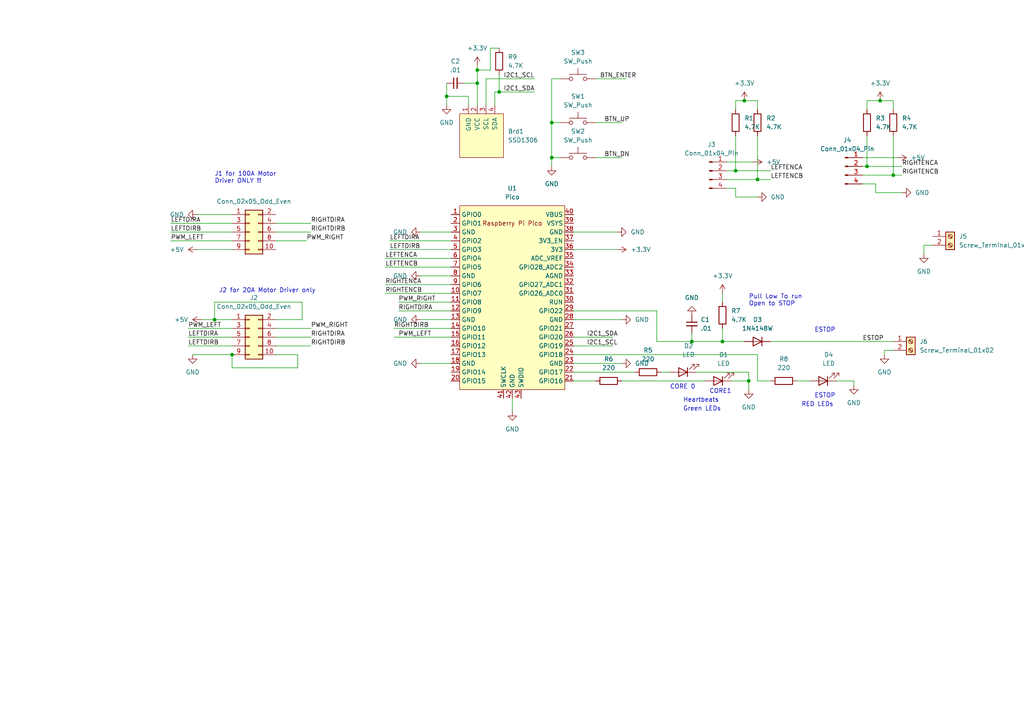
<source format=kicad_sch>
(kicad_sch (version 20230121) (generator eeschema)
  (paper "A4")
  (lib_symbols
    (symbol "Connector:Conn_01x04_Pin" (pin_names (offset 1.016) hide)
      (property "Reference" "J" (at 0 5.08 0))
      (property "Value" "Conn_01x04_Pin" (at 0 -7.62 0))
      (symbol "Conn_01x04_Pin_1_1"
        (polyline (pts (xy 1.27 -5.08) (xy 0.8636 -5.08)) (stroke (width 0.1524)))
        (polyline (pts (xy 1.27 -2.54) (xy 0.8636 -2.54)) (stroke (width 0.1524)))
        (polyline (pts (xy 1.27 0) (xy 0.8636 0)) (stroke (width 0.1524)))
        (polyline (pts (xy 1.27 2.54) (xy 0.8636 2.54)) (stroke (width 0.1524)))
        (rectangle (start 0.8636 -4.953) (end 0 -5.207) (stroke (width 0.1524)) (fill (type outline)))
        (rectangle (start 0.8636 -2.413) (end 0 -2.667) (stroke (width 0.1524)) (fill (type outline)))
        (rectangle (start 0.8636 0.127) (end 0 -0.127) (stroke (width 0.1524)) (fill (type outline)))
        (rectangle (start 0.8636 2.667) (end 0 2.413) (stroke (width 0.1524)) (fill (type outline)))
        (pin passive line (at 5.08 2.54 180) (length 3.81) (name "Pin_1") (number "1"))
        (pin passive line (at 5.08 0 180) (length 3.81) (name "Pin_2") (number "2"))
        (pin passive line (at 5.08 -2.54 180) (length 3.81) (name "Pin_3") (number "3"))
        (pin passive line (at 5.08 -5.08 180) (length 3.81) (name "Pin_4") (number "4"))
      )
    )
    (symbol "Connector:Screw_Terminal_01x02" (pin_names (offset 1.016) hide)
      (property "Reference" "J" (at 0 2.54 0))
      (property "Value" "Screw_Terminal_01x02" (at 0 -5.08 0))
      (symbol "Screw_Terminal_01x02_1_1"
        (rectangle (start -1.27 1.27) (end 1.27 -3.81) (stroke (width 0.254)) (fill (type background)))
        (circle (center 0 -2.54) (radius 0.635) (stroke (width 0.1524)))
        (polyline (pts (xy -0.5334 -2.2098) (xy 0.3302 -3.048)) (stroke (width 0.1524)))
        (polyline (pts (xy -0.5334 0.3302) (xy 0.3302 -0.508)) (stroke (width 0.1524)))
        (polyline (pts (xy -0.3556 -2.032) (xy 0.508 -2.8702)) (stroke (width 0.1524)))
        (polyline (pts (xy -0.3556 0.508) (xy 0.508 -0.3302)) (stroke (width 0.1524)))
        (circle (center 0 0) (radius 0.635) (stroke (width 0.1524)))
        (pin passive line (at -5.08 0 0) (length 3.81) (name "Pin_1") (number "1"))
        (pin passive line (at -5.08 -2.54 0) (length 3.81) (name "Pin_2") (number "2"))
      )
    )
    (symbol "Connector_Generic:Conn_02x05_Odd_Even" (pin_names (offset 1.016) hide)
      (property "Reference" "J" (at 1.27 7.62 0))
      (property "Value" "Conn_02x05_Odd_Even" (at 1.27 -7.62 0))
      (symbol "Conn_02x05_Odd_Even_1_1"
        (rectangle (start -1.27 -4.953) (end 0 -5.207) (stroke (width 0.1524)))
        (rectangle (start -1.27 -2.413) (end 0 -2.667) (stroke (width 0.1524)))
        (rectangle (start -1.27 0.127) (end 0 -0.127) (stroke (width 0.1524)))
        (rectangle (start -1.27 2.667) (end 0 2.413) (stroke (width 0.1524)))
        (rectangle (start -1.27 5.207) (end 0 4.953) (stroke (width 0.1524)))
        (rectangle (start -1.27 6.35) (end 3.81 -6.35) (stroke (width 0.254)) (fill (type background)))
        (rectangle (start 3.81 -4.953) (end 2.54 -5.207) (stroke (width 0.1524)))
        (rectangle (start 3.81 -2.413) (end 2.54 -2.667) (stroke (width 0.1524)))
        (rectangle (start 3.81 0.127) (end 2.54 -0.127) (stroke (width 0.1524)))
        (rectangle (start 3.81 2.667) (end 2.54 2.413) (stroke (width 0.1524)))
        (rectangle (start 3.81 5.207) (end 2.54 4.953) (stroke (width 0.1524)))
        (pin passive line (at -5.08 5.08 0) (length 3.81) (name "Pin_1") (number "1"))
        (pin passive line (at 7.62 -5.08 180) (length 3.81) (name "Pin_10") (number "10"))
        (pin passive line (at 7.62 5.08 180) (length 3.81) (name "Pin_2") (number "2"))
        (pin passive line (at -5.08 2.54 0) (length 3.81) (name "Pin_3") (number "3"))
        (pin passive line (at 7.62 2.54 180) (length 3.81) (name "Pin_4") (number "4"))
        (pin passive line (at -5.08 0 0) (length 3.81) (name "Pin_5") (number "5"))
        (pin passive line (at 7.62 0 180) (length 3.81) (name "Pin_6") (number "6"))
        (pin passive line (at -5.08 -2.54 0) (length 3.81) (name "Pin_7") (number "7"))
        (pin passive line (at 7.62 -2.54 180) (length 3.81) (name "Pin_8") (number "8"))
        (pin passive line (at -5.08 -5.08 0) (length 3.81) (name "Pin_9") (number "9"))
      )
    )
    (symbol "Device:C_Small" (pin_numbers hide) (pin_names (offset 0.254) hide)
      (property "Reference" "C" (at 0.254 1.778 0))
      (property "Value" "C_Small" (at 0.254 -2.032 0))
      (symbol "C_Small_0_1"
        (polyline (pts (xy -1.524 -0.508) (xy 1.524 -0.508)) (stroke (width 0.3302)))
        (polyline (pts (xy -1.524 0.508) (xy 1.524 0.508)) (stroke (width 0.3048)))
      )
      (symbol "C_Small_1_1"
        (pin passive line (at 0 2.54 270) (length 2.032) (name "~") (number "1"))
        (pin passive line (at 0 -2.54 90) (length 2.032) (name "~") (number "2"))
      )
    )
    (symbol "Device:LED" (pin_numbers hide) (pin_names (offset 1.016) hide)
      (property "Reference" "D" (at 0 2.54 0))
      (property "Value" "LED" (at 0 -2.54 0))
      (symbol "LED_0_1"
        (polyline (pts (xy -1.27 -1.27) (xy -1.27 1.27)) (stroke (width 0.254)))
        (polyline (pts (xy -1.27 0) (xy 1.27 0)))
        (polyline (pts (xy 1.27 -1.27) (xy 1.27 1.27) (xy -1.27 0) (xy 1.27 -1.27)) (stroke (width 0.254)))
        (polyline (pts (xy -3.048 -0.762) (xy -4.572 -2.286) (xy -3.81 -2.286) (xy -4.572 -2.286) (xy -4.572 -1.524)))
        (polyline (pts (xy -1.778 -0.762) (xy -3.302 -2.286) (xy -2.54 -2.286) (xy -3.302 -2.286) (xy -3.302 -1.524)))
      )
      (symbol "LED_1_1"
        (pin passive line (at -3.81 0 0) (length 2.54) (name "K") (number "1"))
        (pin passive line (at 3.81 0 180) (length 2.54) (name "A") (number "2"))
      )
    )
    (symbol "Device:R" (pin_numbers hide) (pin_names (offset 0))
      (property "Reference" "R" (at 2.032 0 90))
      (property "Value" "R" (at 0 0 90))
      (symbol "R_0_1"
        (rectangle (start -1.016 -2.54) (end 1.016 2.54) (stroke (width 0.254)))
      )
      (symbol "R_1_1"
        (pin passive line (at 0 3.81 270) (length 1.27) (name "~") (number "1"))
        (pin passive line (at 0 -3.81 90) (length 1.27) (name "~") (number "2"))
      )
    )
    (symbol "Diode:1N4148W" (pin_numbers hide) (pin_names hide)
      (property "Reference" "D" (at 0 2.54 0))
      (property "Value" "1N4148W" (at 0 -2.54 0))
      (symbol "1N4148W_0_1"
        (polyline (pts (xy -1.27 1.27) (xy -1.27 -1.27)) (stroke (width 0.254)))
        (polyline (pts (xy 1.27 0) (xy -1.27 0)))
        (polyline (pts (xy 1.27 1.27) (xy 1.27 -1.27) (xy -1.27 0) (xy 1.27 1.27)) (stroke (width 0.254)))
      )
      (symbol "1N4148W_1_1"
        (pin passive line (at -3.81 0 0) (length 2.54) (name "K") (number "1"))
        (pin passive line (at 3.81 0 180) (length 2.54) (name "A") (number "2"))
      )
    )
    (symbol "MCU_RaspberryPi_and_Boards:Pico"
      (property "Reference" "U" (at -13.97 27.94 0))
      (property "Value" "Pico" (at 0 19.05 0))
      (symbol "Pico_0_0"
        (text "Raspberry Pi Pico" (at 0 21.59 0) (effects (font (size 1.27 1.27))))
      )
      (symbol "Pico_0_1"
        (rectangle (start -15.24 26.67) (end 15.24 -26.67) (fill (type background)))
      )
      (symbol "Pico_1_1"
        (pin bidirectional line (at -17.78 24.13 0) (length 2.54) (name "GPIO0") (number "1"))
        (pin bidirectional line (at -17.78 1.27 0) (length 2.54) (name "GPIO7") (number "10"))
        (pin bidirectional line (at -17.78 -1.27 0) (length 2.54) (name "GPIO8") (number "11"))
        (pin bidirectional line (at -17.78 -3.81 0) (length 2.54) (name "GPIO9") (number "12"))
        (pin power_in line (at -17.78 -6.35 0) (length 2.54) (name "GND") (number "13"))
        (pin bidirectional line (at -17.78 -8.89 0) (length 2.54) (name "GPIO10") (number "14"))
        (pin bidirectional line (at -17.78 -11.43 0) (length 2.54) (name "GPIO11") (number "15"))
        (pin bidirectional line (at -17.78 -13.97 0) (length 2.54) (name "GPIO12") (number "16"))
        (pin bidirectional line (at -17.78 -16.51 0) (length 2.54) (name "GPIO13") (number "17"))
        (pin power_in line (at -17.78 -19.05 0) (length 2.54) (name "GND") (number "18"))
        (pin bidirectional line (at -17.78 -21.59 0) (length 2.54) (name "GPIO14") (number "19"))
        (pin bidirectional line (at -17.78 21.59 0) (length 2.54) (name "GPIO1") (number "2"))
        (pin bidirectional line (at -17.78 -24.13 0) (length 2.54) (name "GPIO15") (number "20"))
        (pin bidirectional line (at 17.78 -24.13 180) (length 2.54) (name "GPIO16") (number "21"))
        (pin bidirectional line (at 17.78 -21.59 180) (length 2.54) (name "GPIO17") (number "22"))
        (pin power_in line (at 17.78 -19.05 180) (length 2.54) (name "GND") (number "23"))
        (pin bidirectional line (at 17.78 -16.51 180) (length 2.54) (name "GPIO18") (number "24"))
        (pin bidirectional line (at 17.78 -13.97 180) (length 2.54) (name "GPIO19") (number "25"))
        (pin bidirectional line (at 17.78 -11.43 180) (length 2.54) (name "GPIO20") (number "26"))
        (pin bidirectional line (at 17.78 -8.89 180) (length 2.54) (name "GPIO21") (number "27"))
        (pin power_in line (at 17.78 -6.35 180) (length 2.54) (name "GND") (number "28"))
        (pin bidirectional line (at 17.78 -3.81 180) (length 2.54) (name "GPIO22") (number "29"))
        (pin power_in line (at -17.78 19.05 0) (length 2.54) (name "GND") (number "3"))
        (pin input line (at 17.78 -1.27 180) (length 2.54) (name "RUN") (number "30"))
        (pin bidirectional line (at 17.78 1.27 180) (length 2.54) (name "GPIO26_ADC0") (number "31"))
        (pin bidirectional line (at 17.78 3.81 180) (length 2.54) (name "GPIO27_ADC1") (number "32"))
        (pin power_in line (at 17.78 6.35 180) (length 2.54) (name "AGND") (number "33"))
        (pin bidirectional line (at 17.78 8.89 180) (length 2.54) (name "GPIO28_ADC2") (number "34"))
        (pin power_in line (at 17.78 11.43 180) (length 2.54) (name "ADC_VREF") (number "35"))
        (pin power_in line (at 17.78 13.97 180) (length 2.54) (name "3V3") (number "36"))
        (pin input line (at 17.78 16.51 180) (length 2.54) (name "3V3_EN") (number "37"))
        (pin bidirectional line (at 17.78 19.05 180) (length 2.54) (name "GND") (number "38"))
        (pin power_in line (at 17.78 21.59 180) (length 2.54) (name "VSYS") (number "39"))
        (pin bidirectional line (at -17.78 16.51 0) (length 2.54) (name "GPIO2") (number "4"))
        (pin power_in line (at 17.78 24.13 180) (length 2.54) (name "VBUS") (number "40"))
        (pin input line (at -2.54 -29.21 90) (length 2.54) (name "SWCLK") (number "41"))
        (pin power_in line (at 0 -29.21 90) (length 2.54) (name "GND") (number "42"))
        (pin bidirectional line (at 2.54 -29.21 90) (length 2.54) (name "SWDIO") (number "43"))
        (pin bidirectional line (at -17.78 13.97 0) (length 2.54) (name "GPIO3") (number "5"))
        (pin bidirectional line (at -17.78 11.43 0) (length 2.54) (name "GPIO4") (number "6"))
        (pin bidirectional line (at -17.78 8.89 0) (length 2.54) (name "GPIO5") (number "7"))
        (pin power_in line (at -17.78 6.35 0) (length 2.54) (name "GND") (number "8"))
        (pin bidirectional line (at -17.78 3.81 0) (length 2.54) (name "GPIO6") (number "9"))
      )
    )
    (symbol "SSD1306-128x64_OLED:SSD1306" (pin_names (offset 1.016))
      (property "Reference" "Brd" (at 0 -3.81 0))
      (property "Value" "SSD1306" (at 0 -1.27 0))
      (symbol "SSD1306_0_1"
        (rectangle (start -6.35 6.35) (end 6.35 -6.35) (fill (type background)))
      )
      (symbol "SSD1306_1_1"
        (pin input line (at -3.81 8.89 270) (length 2.54) (name "GND") (number "1"))
        (pin input line (at -1.27 8.89 270) (length 2.54) (name "VCC") (number "2"))
        (pin input line (at 1.27 8.89 270) (length 2.54) (name "SCL") (number "3"))
        (pin input line (at 3.81 8.89 270) (length 2.54) (name "SDA") (number "4"))
      )
    )
    (symbol "Switch:SW_Push" (pin_numbers hide) (pin_names (offset 1.016) hide)
      (property "Reference" "SW" (at 1.27 2.54 0))
      (property "Value" "SW_Push" (at 0 -1.524 0))
      (symbol "SW_Push_0_1"
        (circle (center -2.032 0) (radius 0.508))
        (polyline (pts (xy 0 1.27) (xy 0 3.048)))
        (polyline (pts (xy 2.54 1.27) (xy -2.54 1.27)))
        (circle (center 2.032 0) (radius 0.508))
        (pin passive line (at -5.08 0 0) (length 2.54) (name "1") (number "1"))
        (pin passive line (at 5.08 0 180) (length 2.54) (name "2") (number "2"))
      )
    )
    (symbol "power:+3.3V" (power) (pin_names (offset 0))
      (property "Value" "+3.3V" (at 0 3.556 0))
      (symbol "+3.3V_0_1"
        (polyline (pts (xy -0.762 1.27) (xy 0 2.54)))
        (polyline (pts (xy 0 0) (xy 0 2.54)))
        (polyline (pts (xy 0 2.54) (xy 0.762 1.27)))
      )
      (symbol "+3.3V_1_1"
        (pin power_in line (at 0 0 90) (length 0) hide (name "+3.3V") (number "1"))
      )
    )
    (symbol "power:+5V" (power) (pin_names (offset 0))
      (property "Value" "+5V" (at 0 3.556 0))
      (symbol "+5V_0_1"
        (polyline (pts (xy -0.762 1.27) (xy 0 2.54)))
        (polyline (pts (xy 0 0) (xy 0 2.54)))
        (polyline (pts (xy 0 2.54) (xy 0.762 1.27)))
      )
      (symbol "+5V_1_1"
        (pin power_in line (at 0 0 90) (length 0) hide (name "+5V") (number "1"))
      )
    )
    (symbol "power:GND" (power) (pin_names (offset 0))
      (property "Value" "GND" (at 0 -3.81 0))
      (symbol "GND_0_1"
        (polyline (pts (xy 0 0) (xy 0 -1.27) (xy 1.27 -1.27) (xy 0 -2.54) (xy -1.27 -1.27) (xy 0 -1.27)))
      )
      (symbol "GND_1_1"
        (pin power_in line (at 0 0 270) (length 0) hide (name "GND") (number "1"))
      )
    )
  )
  (junction (at 259.08 50.8))
  (junction (at 255.27 29.21))
  (junction (at 144.78 26.67))
  (junction (at 215.9 29.21))
  (junction (at 160.02 45.72))
  (junction (at 219.71 52.07))
  (junction (at 138.43 24.13))
  (junction (at 129.54 27.94))
  (junction (at 213.36 49.53))
  (junction (at 160.02 35.56))
  (junction (at 138.43 20.32))
  (junction (at 67.31 102.87))
  (junction (at 200.66 99.06))
  (junction (at 217.17 110.49))
  (junction (at 62.23 92.71))
  (junction (at 251.46 48.26))
  (junction (at 209.55 99.06))
  (wire (pts (xy 143.51 26.67) (xy 144.78 26.67)))
  (wire (pts (xy 217.17 107.95) (xy 217.17 110.49)))
  (wire (pts (xy 210.82 52.07) (xy 219.71 52.07)))
  (wire (pts (xy 160.02 22.86) (xy 160.02 35.56)))
  (wire (pts (xy 62.23 92.71) (xy 67.31 92.71)))
  (wire (pts (xy 190.5 90.17) (xy 190.5 99.06)))
  (wire (pts (xy 223.52 99.06) (xy 259.08 99.06)))
  (wire (pts (xy 80.01 97.79) (xy 90.17 97.79)))
  (wire (pts (xy 250.19 53.34) (xy 254 53.34)))
  (wire (pts (xy 213.36 54.61) (xy 213.36 57.15)))
  (wire (pts (xy 80.01 95.25) (xy 90.17 95.25)))
  (wire (pts (xy 166.37 72.39) (xy 179.07 72.39)))
  (wire (pts (xy 259.08 31.75) (xy 259.08 29.21)))
  (wire (pts (xy 191.77 107.95) (xy 194.31 107.95)))
  (wire (pts (xy 162.56 22.86) (xy 160.02 22.86)))
  (wire (pts (xy 256.54 101.6) (xy 256.54 102.87)))
  (wire (pts (xy 113.03 69.85) (xy 130.81 69.85)))
  (wire (pts (xy 148.59 115.57) (xy 148.59 119.38)))
  (wire (pts (xy 166.37 107.95) (xy 184.15 107.95)))
  (wire (pts (xy 67.31 106.68) (xy 86.36 106.68)))
  (wire (pts (xy 200.66 99.06) (xy 209.55 99.06)))
  (wire (pts (xy 129.54 27.94) (xy 129.54 30.48)))
  (wire (pts (xy 86.36 106.68) (xy 86.36 102.87)))
  (wire (pts (xy 114.3 95.25) (xy 130.81 95.25)))
  (wire (pts (xy 219.71 52.07) (xy 223.52 52.07)))
  (wire (pts (xy 213.36 39.37) (xy 213.36 49.53)))
  (wire (pts (xy 213.36 57.15) (xy 219.71 57.15)))
  (wire (pts (xy 87.63 87.63) (xy 62.23 87.63)))
  (wire (pts (xy 138.43 24.13) (xy 138.43 30.48)))
  (wire (pts (xy 213.36 49.53) (xy 223.52 49.53)))
  (wire (pts (xy 267.97 71.12) (xy 267.97 73.66)))
  (wire (pts (xy 55.88 102.87) (xy 67.31 102.87)))
  (wire (pts (xy 111.76 74.93) (xy 130.81 74.93)))
  (wire (pts (xy 242.57 110.49) (xy 247.65 110.49)))
  (wire (pts (xy 250.19 50.8) (xy 259.08 50.8)))
  (wire (pts (xy 219.71 110.49) (xy 223.52 110.49)))
  (wire (pts (xy 190.5 99.06) (xy 200.66 99.06)))
  (wire (pts (xy 49.53 69.85) (xy 67.31 69.85)))
  (wire (pts (xy 80.01 64.77) (xy 90.17 64.77)))
  (wire (pts (xy 80.01 67.31) (xy 90.17 67.31)))
  (wire (pts (xy 219.71 31.75) (xy 219.71 29.21)))
  (wire (pts (xy 138.43 19.05) (xy 138.43 20.32)))
  (wire (pts (xy 135.89 30.48) (xy 135.89 27.94)))
  (wire (pts (xy 121.92 80.01) (xy 130.81 80.01)))
  (wire (pts (xy 259.08 101.6) (xy 256.54 101.6)))
  (wire (pts (xy 80.01 100.33) (xy 90.17 100.33)))
  (wire (pts (xy 67.31 102.87) (xy 67.31 106.68)))
  (wire (pts (xy 250.19 48.26) (xy 251.46 48.26)))
  (wire (pts (xy 247.65 110.49) (xy 247.65 111.76)))
  (wire (pts (xy 212.09 110.49) (xy 217.17 110.49)))
  (wire (pts (xy 111.76 85.09) (xy 130.81 85.09)))
  (wire (pts (xy 140.97 30.48) (xy 140.97 22.86)))
  (wire (pts (xy 172.72 35.56) (xy 180.34 35.56)))
  (wire (pts (xy 166.37 100.33) (xy 177.8 100.33)))
  (wire (pts (xy 138.43 20.32) (xy 138.43 24.13)))
  (wire (pts (xy 215.9 29.21) (xy 219.71 29.21)))
  (wire (pts (xy 115.57 90.17) (xy 130.81 90.17)))
  (wire (pts (xy 144.78 13.97) (xy 142.24 13.97)))
  (wire (pts (xy 80.01 92.71) (xy 87.63 92.71)))
  (wire (pts (xy 210.82 49.53) (xy 213.36 49.53)))
  (wire (pts (xy 219.71 102.87) (xy 219.71 110.49)))
  (wire (pts (xy 87.63 92.71) (xy 87.63 87.63)))
  (wire (pts (xy 57.15 72.39) (xy 67.31 72.39)))
  (wire (pts (xy 162.56 35.56) (xy 160.02 35.56)))
  (wire (pts (xy 144.78 26.67) (xy 154.94 26.67)))
  (wire (pts (xy 134.62 24.13) (xy 138.43 24.13)))
  (wire (pts (xy 166.37 97.79) (xy 177.8 97.79)))
  (wire (pts (xy 113.03 72.39) (xy 130.81 72.39)))
  (wire (pts (xy 210.82 54.61) (xy 213.36 54.61)))
  (wire (pts (xy 219.71 39.37) (xy 219.71 52.07)))
  (wire (pts (xy 86.36 102.87) (xy 80.01 102.87)))
  (wire (pts (xy 166.37 110.49) (xy 172.72 110.49)))
  (wire (pts (xy 121.92 105.41) (xy 130.81 105.41)))
  (wire (pts (xy 129.54 24.13) (xy 129.54 27.94)))
  (wire (pts (xy 217.17 110.49) (xy 217.17 113.03)))
  (wire (pts (xy 270.51 71.12) (xy 267.97 71.12)))
  (wire (pts (xy 210.82 46.99) (xy 218.44 46.99)))
  (wire (pts (xy 254 55.88) (xy 261.62 55.88)))
  (wire (pts (xy 172.72 45.72) (xy 180.34 45.72)))
  (wire (pts (xy 54.61 95.25) (xy 67.31 95.25)))
  (wire (pts (xy 254 53.34) (xy 254 55.88)))
  (wire (pts (xy 62.23 87.63) (xy 62.23 92.71)))
  (wire (pts (xy 111.76 82.55) (xy 130.81 82.55)))
  (wire (pts (xy 80.01 69.85) (xy 88.9 69.85)))
  (wire (pts (xy 143.51 30.48) (xy 143.51 26.67)))
  (wire (pts (xy 215.9 29.21) (xy 213.36 29.21)))
  (wire (pts (xy 251.46 31.75) (xy 251.46 29.21)))
  (wire (pts (xy 166.37 102.87) (xy 219.71 102.87)))
  (wire (pts (xy 200.66 96.52) (xy 200.66 99.06)))
  (wire (pts (xy 213.36 29.21) (xy 213.36 31.75)))
  (wire (pts (xy 57.15 62.23) (xy 67.31 62.23)))
  (wire (pts (xy 121.92 67.31) (xy 130.81 67.31)))
  (wire (pts (xy 209.55 95.25) (xy 209.55 99.06)))
  (wire (pts (xy 231.14 110.49) (xy 234.95 110.49)))
  (wire (pts (xy 166.37 92.71) (xy 180.34 92.71)))
  (wire (pts (xy 142.24 20.32) (xy 138.43 20.32)))
  (wire (pts (xy 160.02 35.56) (xy 160.02 45.72)))
  (wire (pts (xy 255.27 29.21) (xy 259.08 29.21)))
  (wire (pts (xy 49.53 64.77) (xy 67.31 64.77)))
  (wire (pts (xy 209.55 99.06) (xy 215.9 99.06)))
  (wire (pts (xy 142.24 13.97) (xy 142.24 20.32)))
  (wire (pts (xy 180.34 110.49) (xy 204.47 110.49)))
  (wire (pts (xy 259.08 39.37) (xy 259.08 50.8)))
  (wire (pts (xy 166.37 67.31) (xy 179.07 67.31)))
  (wire (pts (xy 172.72 22.86) (xy 181.61 22.86)))
  (wire (pts (xy 58.42 92.71) (xy 62.23 92.71)))
  (wire (pts (xy 140.97 22.86) (xy 154.94 22.86)))
  (wire (pts (xy 49.53 67.31) (xy 67.31 67.31)))
  (wire (pts (xy 166.37 90.17) (xy 190.5 90.17)))
  (wire (pts (xy 114.3 97.79) (xy 130.81 97.79)))
  (wire (pts (xy 121.92 92.71) (xy 130.81 92.71)))
  (wire (pts (xy 162.56 45.72) (xy 160.02 45.72)))
  (wire (pts (xy 250.19 45.72) (xy 260.35 45.72)))
  (wire (pts (xy 160.02 45.72) (xy 160.02 48.26)))
  (wire (pts (xy 251.46 39.37) (xy 251.46 48.26)))
  (wire (pts (xy 111.76 77.47) (xy 130.81 77.47)))
  (wire (pts (xy 201.93 107.95) (xy 217.17 107.95)))
  (wire (pts (xy 166.37 105.41) (xy 180.34 105.41)))
  (wire (pts (xy 209.55 85.09) (xy 209.55 87.63)))
  (wire (pts (xy 251.46 48.26) (xy 261.62 48.26)))
  (wire (pts (xy 135.89 27.94) (xy 129.54 27.94)))
  (wire (pts (xy 115.57 87.63) (xy 130.81 87.63)))
  (wire (pts (xy 144.78 21.59) (xy 144.78 26.67)))
  (wire (pts (xy 259.08 50.8) (xy 261.62 50.8)))
  (wire (pts (xy 54.61 100.33) (xy 67.31 100.33)))
  (wire (pts (xy 251.46 29.21) (xy 255.27 29.21)))
  (wire (pts (xy 54.61 97.79) (xy 67.31 97.79)))
  (text "J2 for 20A Motor Driver only" (at 63.5 85.09 0) (effects (font (size 1.27 1.27)) (justify left bottom)))
  (text "ESTOP" (at 236.22 96.52 0) (effects (font (size 1.27 1.27)) (justify left bottom)))
  (text "ESTOP" (at 236.22 115.57 0) (effects (font (size 1.27 1.27)) (justify left bottom)))
  (text "Heartbeats" (at 198.12 116.84 0) (effects (font (size 1.27 1.27)) (justify left bottom)))
  (text "Pull Low To run\nOpen to STOP" (at 217.17 88.9 0) (effects (font (size 1.27 1.27)) (justify left bottom)))
  (text "Green LEDs" (at 198.12 119.38 0) (effects (font (size 1.27 1.27)) (justify left bottom)))
  (text "J1 for 100A Motor\nDriver ONLY !!" (at 62.23 53.34 0) (effects (font (size 1.27 1.27)) (justify left bottom)))
  (text "CORE1" (at 205.74 114.3 0) (effects (font (size 1.27 1.27)) (justify left bottom)))
  (text "CORE 0" (at 194.31 113.03 0) (effects (font (size 1.27 1.27)) (justify left bottom)))
  (text "RED LEDs" (at 232.41 118.11 0) (effects (font (size 1.27 1.27)) (justify left bottom)))
  (label "RIGHTDIRA" (at 115.57 90.17 0))
  (label "RIGHTDIRB" (at 90.17 67.31 0))
  (label "I2C1_SDA" (at 170.18 97.79 0))
  (label "PWM_LEFT" (at 115.57 97.79 0))
  (label "I2C1_SDA" (at 146.05 26.67 0))
  (label "LEFTDIRB" (at 54.61 100.33 0))
  (label "BTN_DN" (at 175.26 45.72 0))
  (label "PWM_RIGHT" (at 115.57 87.63 0))
  (label "LEFTENCB" (at 223.52 52.07 0))
  (label "I2C1_SCL" (at 170.18 100.33 0))
  (label "RIGHTDIRA" (at 90.17 64.77 0))
  (label "BTN_UP" (at 175.26 35.56 0))
  (label "LEFTDIRB" (at 113.03 72.39 0))
  (label "BTN_ENTER" (at 173.99 22.86 0))
  (label "LEFTENCA" (at 223.52 49.53 0))
  (label "PWM_LEFT" (at 49.53 69.85 0))
  (label "RIGHTDIRB" (at 114.3 95.25 0))
  (label "PWM_RIGHT" (at 88.9 69.85 0))
  (label "RIGHTDIRA" (at 90.17 97.79 0))
  (label "LEFTENCB" (at 111.76 77.47 0))
  (label "PWM_LEFT" (at 54.61 95.25 0))
  (label "RIGHTENCB" (at 261.62 50.8 0))
  (label "LEFTDIRA" (at 113.03 69.85 0))
  (label "ESTOP" (at 250.19 99.06 0))
  (label "LEFTENCA" (at 111.76 74.93 0))
  (label "PWM_RIGHT" (at 90.17 95.25 0))
  (label "RIGHTENCA" (at 261.62 48.26 0))
  (label "LEFTDIRB" (at 49.53 67.31 0))
  (label "LEFTDIRA" (at 49.53 64.77 0))
  (label "RIGHTENCB" (at 111.76 85.09 0))
  (label "LEFTDIRA" (at 54.61 97.79 0))
  (label "RIGHTENCA" (at 111.76 82.55 0))
  (label "RIGHTDIRB" (at 90.17 100.33 0))
  (label "I2C1_SCL" (at 146.05 22.86 0))
  (symbol (lib_id "power:GND") (at 179.07 67.31 90) (unit 1)
    (property "Reference" "#PWR011" (effects hide))
    (property "Value" "GND" (at 182.88 67.31 90) (effects (justify right)))
  )
  (symbol (lib_id "power:GND") (at 121.92 92.71 270) (unit 1)
    (property "Reference" "#PWR06" (effects hide))
    (property "Value" "GND" (at 118.11 92.71 90) (effects (justify right)))
  )
  (symbol (lib_id "Device:C_Small") (at 132.08 24.13 90) (unit 1)
    (property "Reference" "C2" (at 132.0863 17.78 90))
    (property "Value" ".01" (at 132.0863 20.32 90))
    (property "Footprint" "Capacitor_SMD:C_0603_1608Metric_Pad1.08x0.95mm_HandSolder" (effects hide))
  )
  (symbol (lib_id "power:GND") (at 121.92 67.31 270) (unit 1)
    (property "Reference" "#PWR010" (effects hide))
    (property "Value" "GND" (at 118.11 67.31 90) (effects (justify right)))
  )
  (symbol (lib_id "Connector:Conn_01x04_Pin") (at 205.74 49.53 0) (unit 1)
    (property "Reference" "J3" (at 206.375 41.91 0))
    (property "Value" "Conn_01x04_Pin" (at 206.375 44.45 0))
    (property "Footprint" "Connector_PinHeader_2.54mm:PinHeader_1x04_P2.54mm_Vertical" (effects hide))
  )
  (symbol (lib_id "Connector_Generic:Conn_02x05_Odd_Even") (at 72.39 67.31 0) (unit 1)
    (property "Reference" "J1" (effects hide))
    (property "Value" "Conn_02x05_Odd_Even" (at 73.66 58.42 0))
    (property "Footprint" "Connector_PinHeader_2.54mm:PinHeader_2x05_P2.54mm_Vertical" (effects hide))
  )
  (symbol (lib_id "Device:LED") (at 238.76 110.49 180) (unit 1)
    (property "Reference" "D4" (at 240.3475 102.87 0))
    (property "Value" "LED" (at 240.3475 105.41 0))
    (property "Footprint" "LED_SMD:LED_1206_3216Metric_Pad1.42x1.75mm_HandSolder" (effects hide))
  )
  (symbol (lib_id "power:+3.3V") (at 215.9 29.21 0) (unit 1)
    (property "Reference" "#PWR017" (effects hide))
    (property "Value" "+3.3V" (at 215.9 24.13 0))
  )
  (symbol (lib_id "power:GND") (at 148.59 119.38 0) (unit 1)
    (property "Reference" "#PWR05" (effects hide))
    (property "Value" "GND" (at 148.59 124.46 0))
  )
  (symbol (lib_id "Device:R") (at 219.71 35.56 0) (unit 1)
    (property "Reference" "R2" (at 222.25 34.29 0) (effects (justify left)))
    (property "Value" "4.7K" (at 222.25 36.83 0) (effects (justify left)))
    (property "Footprint" "Resistor_SMD:R_0201_0603Metric_Pad0.64x0.40mm_HandSolder" (effects hide))
  )
  (symbol (lib_id "Switch:SW_Push") (at 167.64 45.72 0) (unit 1)
    (property "Reference" "SW2" (at 167.64 38.1 0))
    (property "Value" "SW_Push" (at 167.64 40.64 0))
    (property "Footprint" "Button_Switch_THT:SW_PUSH_6mm" (effects hide))
  )
  (symbol (lib_id "SSD1306-128x64_OLED:SSD1306") (at 139.7 39.37 0) (unit 1)
    (property "Reference" "Brd1" (at 147.32 38.1 0) (effects (justify left)))
    (property "Value" "SSD1306" (at 147.32 40.64 0) (effects (justify left)))
    (property "Footprint" "SSD1306:128x64OLED" (effects hide))
  )
  (symbol (lib_id "power:GND") (at 261.62 55.88 90) (unit 1)
    (property "Reference" "#PWR016" (effects hide))
    (property "Value" "GND" (at 265.43 55.88 90) (effects (justify right)))
  )
  (symbol (lib_id "power:GND") (at 267.97 73.66 0) (unit 1)
    (property "Reference" "#PWR025" (effects hide))
    (property "Value" "GND" (at 267.97 78.74 0))
  )
  (symbol (lib_id "power:GND") (at 247.65 111.76 0) (unit 1)
    (property "Reference" "#PWR022" (effects hide))
    (property "Value" "GND" (at 247.65 116.84 0))
  )
  (symbol (lib_id "Device:R") (at 187.96 107.95 90) (unit 1)
    (property "Reference" "R5" (at 187.96 101.6 90))
    (property "Value" "220" (at 187.96 104.14 90))
    (property "Footprint" "Resistor_SMD:R_0201_0603Metric_Pad0.64x0.40mm_HandSolder" (effects hide))
  )
  (symbol (lib_id "Device:R") (at 213.36 35.56 0) (unit 1)
    (property "Reference" "R1" (at 215.9 34.29 0) (effects (justify left)))
    (property "Value" "4.7K" (at 215.9 36.83 0) (effects (justify left)))
    (property "Footprint" "Resistor_SMD:R_0201_0603Metric_Pad0.64x0.40mm_HandSolder" (effects hide))
  )
  (symbol (lib_id "power:+5V") (at 260.35 45.72 270) (unit 1)
    (property "Reference" "#PWR015" (effects hide))
    (property "Value" "+5V" (at 264.16 45.72 90) (effects (justify left)))
  )
  (symbol (lib_id "power:+5V") (at 218.44 46.99 270) (unit 1)
    (property "Reference" "#PWR014" (effects hide))
    (property "Value" "+5V" (at 222.25 46.99 90) (effects (justify left)))
  )
  (symbol (lib_id "Device:R") (at 259.08 35.56 0) (unit 1)
    (property "Reference" "R4" (at 261.62 34.29 0) (effects (justify left)))
    (property "Value" "4.7K" (at 261.62 36.83 0) (effects (justify left)))
    (property "Footprint" "Resistor_SMD:R_0201_0603Metric_Pad0.64x0.40mm_HandSolder" (effects hide))
  )
  (symbol (lib_id "power:GND") (at 200.66 91.44 180) (unit 1)
    (property "Reference" "#PWR023" (effects hide))
    (property "Value" "GND" (at 200.66 86.36 0))
  )
  (symbol (lib_id "Connector:Conn_01x04_Pin") (at 245.11 48.26 0) (unit 1)
    (property "Reference" "J4" (at 245.745 40.64 0))
    (property "Value" "Conn_01x04_Pin" (at 245.745 43.18 0))
    (property "Footprint" "Connector_PinHeader_2.54mm:PinHeader_1x04_P2.54mm_Vertical" (effects hide))
  )
  (symbol (lib_id "Connector:Screw_Terminal_01x02") (at 275.59 68.58 0) (unit 1)
    (property "Reference" "J5" (at 278.13 68.58 0) (effects (justify left)))
    (property "Value" "Screw_Terminal_01x02" (at 278.13 71.12 0) (effects (justify left)))
    (property "Footprint" "TerminalBlock:TerminalBlock_bornier-2_P5.08mm" (effects hide))
  )
  (symbol (lib_id "power:GND") (at 219.71 57.15 90) (unit 1)
    (property "Reference" "#PWR013" (effects hide))
    (property "Value" "GND" (at 223.52 57.15 90) (effects (justify right)))
  )
  (symbol (lib_id "power:GND") (at 55.88 102.87 0) (unit 1)
    (property "Reference" "#PWR04" (effects hide))
    (property "Value" "GND" (at 55.88 107.95 0))
  )
  (symbol (lib_id "Device:R") (at 251.46 35.56 0) (unit 1)
    (property "Reference" "R3" (at 254 34.29 0) (effects (justify left)))
    (property "Value" "4.7K" (at 254 36.83 0) (effects (justify left)))
    (property "Footprint" "Resistor_SMD:R_0201_0603Metric_Pad0.64x0.40mm_HandSolder" (effects hide))
  )
  (symbol (lib_id "power:GND") (at 256.54 102.87 0) (unit 1)
    (property "Reference" "#PWR024" (effects hide))
    (property "Value" "GND" (at 256.54 107.95 0))
  )
  (symbol (lib_id "power:GND") (at 180.34 92.71 90) (unit 1)
    (property "Reference" "#PWR09" (effects hide))
    (property "Value" "GND" (at 184.15 92.71 90) (effects (justify right)))
  )
  (symbol (lib_id "Device:C_Small") (at 200.66 93.98 0) (unit 1)
    (property "Reference" "C1" (at 203.2 92.7163 0) (effects (justify left)))
    (property "Value" ".01" (at 203.2 95.2563 0) (effects (justify left)))
    (property "Footprint" "Capacitor_SMD:C_0603_1608Metric_Pad1.08x0.95mm_HandSolder" (effects hide))
  )
  (symbol (lib_id "Switch:SW_Push") (at 167.64 22.86 0) (unit 1)
    (property "Reference" "SW3" (at 167.64 15.24 0))
    (property "Value" "SW_Push" (at 167.64 17.78 0))
    (property "Footprint" "Button_Switch_THT:SW_PUSH_6mm" (effects hide))
  )
  (symbol (lib_id "power:GND") (at 129.54 30.48 0) (unit 1)
    (property "Reference" "#PWR026" (effects hide))
    (property "Value" "GND" (at 129.54 35.56 0))
  )
  (symbol (lib_id "power:GND") (at 121.92 105.41 270) (unit 1)
    (property "Reference" "#PWR012" (effects hide))
    (property "Value" "GND" (at 118.11 105.41 90) (effects (justify right)))
  )
  (symbol (lib_id "Diode:1N4148W") (at 219.71 99.06 180) (unit 1)
    (property "Reference" "D3" (at 219.71 92.71 0))
    (property "Value" "1N4148W" (at 219.71 95.25 0))
    (property "Footprint" "Diode_SMD:D_SOD-123" (effects hide))
    (property "Datasheet" "https://www.vishay.com/docs/85748/1n4148w.pdf" (effects hide))
    (property "Sim.Device" "D" (effects hide))
    (property "Sim.Pins" "1=K 2=A" (effects hide))
  )
  (symbol (lib_id "Device:R") (at 144.78 17.78 0) (unit 1)
    (property "Reference" "R9" (at 147.32 16.51 0) (effects (justify left)))
    (property "Value" "4.7K" (at 147.32 19.05 0) (effects (justify left)))
    (property "Footprint" "Resistor_SMD:R_0201_0603Metric_Pad0.64x0.40mm_HandSolder" (effects hide))
  )
  (symbol (lib_id "power:GND") (at 160.02 48.26 0) (unit 1)
    (property "Reference" "#PWR028" (effects hide))
    (property "Value" "GND" (at 160.02 53.34 0))
  )
  (symbol (lib_id "power:GND") (at 180.34 105.41 90) (unit 1)
    (property "Reference" "#PWR08" (effects hide))
    (property "Value" "GND" (at 184.15 105.41 90) (effects (justify right)))
  )
  (symbol (lib_id "Device:R") (at 209.55 91.44 0) (unit 1)
    (property "Reference" "R7" (at 212.09 90.17 0) (effects (justify left)))
    (property "Value" "4.7K" (at 212.09 92.71 0) (effects (justify left)))
    (property "Footprint" "Resistor_SMD:R_0201_0603Metric_Pad0.64x0.40mm_HandSolder" (effects hide))
  )
  (symbol (lib_id "power:+3.3V") (at 179.07 72.39 270) (unit 1)
    (property "Reference" "#PWR019" (effects hide))
    (property "Value" "+3.3V" (at 182.88 72.39 90) (effects (justify left)))
  )
  (symbol (lib_id "power:+5V") (at 58.42 92.71 90) (unit 1)
    (property "Reference" "#PWR03" (effects hide))
    (property "Value" "+5V" (at 54.61 92.71 90) (effects (justify left)))
  )
  (symbol (lib_id "Device:LED") (at 208.28 110.49 180) (unit 1)
    (property "Reference" "D1" (at 209.8675 102.87 0))
    (property "Value" "LED" (at 209.8675 105.41 0))
    (property "Footprint" "LED_SMD:LED_1206_3216Metric_Pad1.42x1.75mm_HandSolder" (effects hide))
  )
  (symbol (lib_id "Device:R") (at 176.53 110.49 90) (unit 1)
    (property "Reference" "R6" (at 176.53 104.14 90))
    (property "Value" "220" (at 176.53 106.68 90))
    (property "Footprint" "Resistor_SMD:R_0201_0603Metric_Pad0.64x0.40mm_HandSolder" (effects hide))
  )
  (symbol (lib_id "Device:LED") (at 198.12 107.95 180) (unit 1)
    (property "Reference" "D2" (at 199.7075 100.33 0))
    (property "Value" "LED" (at 199.7075 102.87 0))
    (property "Footprint" "LED_SMD:LED_1206_3216Metric_Pad1.42x1.75mm_HandSolder" (effects hide))
  )
  (symbol (lib_id "power:GND") (at 217.17 113.03 0) (unit 1)
    (property "Reference" "#PWR020" (effects hide))
    (property "Value" "GND" (at 217.17 118.11 0))
  )
  (symbol (lib_id "power:GND") (at 57.15 62.23 270) (unit 1)
    (property "Reference" "#PWR01" (effects hide))
    (property "Value" "GND" (at 53.34 62.23 90) (effects (justify right)))
  )
  (symbol (lib_id "Connector_Generic:Conn_02x05_Odd_Even") (at 72.39 97.79 0) (unit 1)
    (property "Reference" "J2" (at 73.66 86.36 0))
    (property "Value" "Conn_02x05_Odd_Even" (at 73.66 88.9 0))
    (property "Footprint" "Connector_PinHeader_2.54mm:PinHeader_2x05_P2.54mm_Vertical" (effects hide))
  )
  (symbol (lib_id "power:+5V") (at 57.15 72.39 90) (unit 1)
    (property "Reference" "#PWR02" (effects hide))
    (property "Value" "+5V" (at 53.34 72.39 90) (effects (justify left)))
  )
  (symbol (lib_id "power:GND") (at 121.92 80.01 270) (unit 1)
    (property "Reference" "#PWR07" (effects hide))
    (property "Value" "GND" (at 118.11 80.01 90) (effects (justify right)))
  )
  (symbol (lib_id "power:+3.3V") (at 138.43 19.05 0) (unit 1)
    (property "Reference" "#PWR027" (effects hide))
    (property "Value" "+3.3V" (at 138.43 13.97 0))
  )
  (symbol (lib_id "power:+3.3V") (at 209.55 85.09 0) (unit 1)
    (property "Reference" "#PWR021" (effects hide))
    (property "Value" "+3.3V" (at 209.55 80.01 0))
  )
  (symbol (lib_id "Connector:Screw_Terminal_01x02") (at 264.16 99.06 0) (unit 1)
    (property "Reference" "J6" (at 266.7 99.06 0) (effects (justify left)))
    (property "Value" "Screw_Terminal_01x02" (at 266.7 101.6 0) (effects (justify left)))
    (property "Footprint" "TerminalBlock:TerminalBlock_bornier-2_P5.08mm" (effects hide))
  )
  (symbol (lib_id "MCU_RaspberryPi_and_Boards:Pico") (at 148.59 86.36 0) (unit 1)
    (property "Reference" "U1" (at 148.59 54.61 0))
    (property "Value" "Pico" (at 148.59 57.15 0))
    (property "Footprint" "MCU_RaspberryPi_and_Boards:RPi_Pico_SMD_TH" (effects hide))
  )
  (symbol (lib_id "power:+3.3V") (at 255.27 29.21 0) (unit 1)
    (property "Reference" "#PWR018" (effects hide))
    (property "Value" "+3.3V" (at 255.27 24.13 0))
  )
  (symbol (lib_id "Switch:SW_Push") (at 167.64 35.56 0) (unit 1)
    (property "Reference" "SW1" (at 167.64 27.94 0))
    (property "Value" "SW_Push" (at 167.64 30.48 0))
    (property "Footprint" "Button_Switch_THT:SW_PUSH_6mm" (effects hide))
  )
  (symbol (lib_id "Device:R") (at 227.33 110.49 90) (unit 1)
    (property "Reference" "R8" (at 227.33 104.14 90))
    (property "Value" "220" (at 227.33 106.68 90))
    (property "Footprint" "Resistor_SMD:R_0201_0603Metric_Pad0.64x0.40mm_HandSolder" (effects hide))
  )
)
</source>
